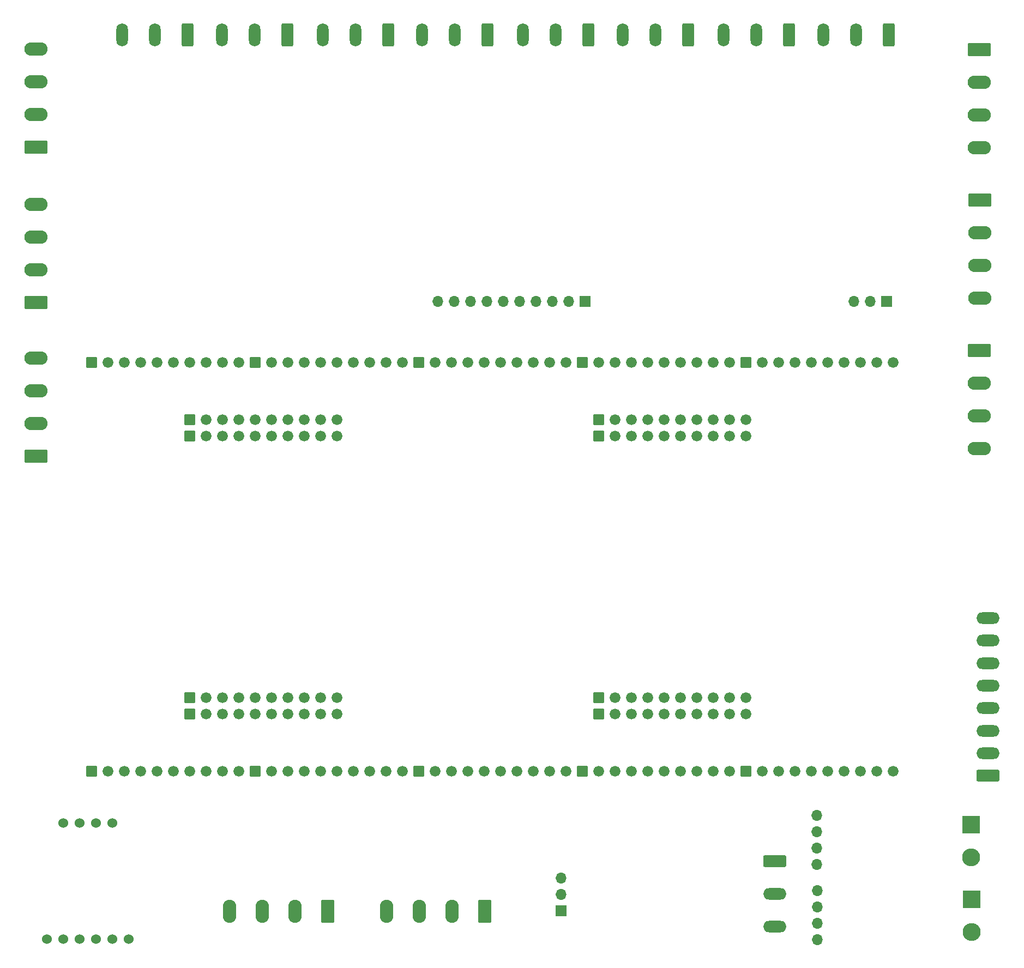
<source format=gbr>
%TF.GenerationSoftware,KiCad,Pcbnew,(6.0.6)*%
%TF.CreationDate,2022-09-09T15:48:10+03:00*%
%TF.ProjectId,main_board,6d61696e-5f62-46f6-9172-642e6b696361,rev?*%
%TF.SameCoordinates,Original*%
%TF.FileFunction,Soldermask,Bot*%
%TF.FilePolarity,Negative*%
%FSLAX46Y46*%
G04 Gerber Fmt 4.6, Leading zero omitted, Abs format (unit mm)*
G04 Created by KiCad (PCBNEW (6.0.6)) date 2022-09-09 15:48:10*
%MOMM*%
%LPD*%
G01*
G04 APERTURE LIST*
G04 Aperture macros list*
%AMRoundRect*
0 Rectangle with rounded corners*
0 $1 Rounding radius*
0 $2 $3 $4 $5 $6 $7 $8 $9 X,Y pos of 4 corners*
0 Add a 4 corners polygon primitive as box body*
4,1,4,$2,$3,$4,$5,$6,$7,$8,$9,$2,$3,0*
0 Add four circle primitives for the rounded corners*
1,1,$1+$1,$2,$3*
1,1,$1+$1,$4,$5*
1,1,$1+$1,$6,$7*
1,1,$1+$1,$8,$9*
0 Add four rect primitives between the rounded corners*
20,1,$1+$1,$2,$3,$4,$5,0*
20,1,$1+$1,$4,$5,$6,$7,0*
20,1,$1+$1,$6,$7,$8,$9,0*
20,1,$1+$1,$8,$9,$2,$3,0*%
G04 Aperture macros list end*
%ADD10O,1.700000X1.700000*%
%ADD11R,2.800000X2.800000*%
%ADD12O,2.800000X2.800000*%
%ADD13RoundRect,0.249999X1.550001X-0.790001X1.550001X0.790001X-1.550001X0.790001X-1.550001X-0.790001X0*%
%ADD14O,3.600000X2.080000*%
%ADD15C,1.524000*%
%ADD16RoundRect,0.249999X-1.550001X0.790001X-1.550001X-0.790001X1.550001X-0.790001X1.550001X0.790001X0*%
%ADD17R,1.700000X1.700000*%
%ADD18O,1.800000X3.600000*%
%ADD19RoundRect,0.250000X0.650000X1.550000X-0.650000X1.550000X-0.650000X-1.550000X0.650000X-1.550000X0*%
%ADD20RoundRect,0.250000X1.550000X-0.650000X1.550000X0.650000X-1.550000X0.650000X-1.550000X-0.650000X0*%
%ADD21O,3.600000X1.800000*%
%ADD22RoundRect,0.249999X0.790001X1.550001X-0.790001X1.550001X-0.790001X-1.550001X0.790001X-1.550001X0*%
%ADD23O,2.080000X3.600000*%
%ADD24C,1.676400*%
%ADD25RoundRect,0.076200X0.762000X-0.762000X0.762000X0.762000X-0.762000X0.762000X-0.762000X-0.762000X0*%
%ADD26RoundRect,0.250000X-1.550000X0.650000X-1.550000X-0.650000X1.550000X-0.650000X1.550000X0.650000X0*%
G04 APERTURE END LIST*
D10*
%TO.C,U4*%
X142536400Y-147451200D03*
X142536400Y-149991200D03*
X142536400Y-152531200D03*
X142536400Y-155071200D03*
D11*
X166502400Y-148841200D03*
D12*
X166502400Y-153921200D03*
%TD*%
D10*
%TO.C,U3*%
X142587200Y-159084400D03*
X142587200Y-161624400D03*
X142587200Y-164164400D03*
X142587200Y-166704400D03*
D11*
X166553200Y-160474400D03*
D12*
X166553200Y-165554400D03*
%TD*%
D13*
%TO.C,J5*%
X21285200Y-91592400D03*
D14*
X21285200Y-86512400D03*
X21285200Y-81432400D03*
X21285200Y-76352400D03*
%TD*%
D15*
%TO.C,U1*%
X22963800Y-166625000D03*
X25503800Y-166625000D03*
X28043800Y-166625000D03*
X30583800Y-166625000D03*
X33123800Y-166625000D03*
X35663800Y-166625000D03*
X25503800Y-148591000D03*
X28043800Y-148591000D03*
X30583800Y-148591000D03*
X33123800Y-148591000D03*
%TD*%
D13*
%TO.C,J1*%
X21285200Y-43586400D03*
D14*
X21285200Y-38506400D03*
X21285200Y-33426400D03*
X21285200Y-28346400D03*
%TD*%
D16*
%TO.C,J2*%
X167781100Y-28448000D03*
D14*
X167781100Y-33528000D03*
X167781100Y-38608000D03*
X167781100Y-43688000D03*
%TD*%
D17*
%TO.C,MODULE1*%
X153408000Y-67586000D03*
D10*
X150868000Y-67586000D03*
X148328000Y-67586000D03*
X83693000Y-67564000D03*
X86233000Y-67564000D03*
X88773000Y-67564000D03*
X91313000Y-67564000D03*
X93853000Y-67564000D03*
X96393000Y-67564000D03*
X98933000Y-67564000D03*
X101473000Y-67564000D03*
X104013000Y-67564000D03*
D17*
X106553000Y-67564000D03*
D18*
X34671000Y-26199000D03*
X39751000Y-26199000D03*
D19*
X44831000Y-26199000D03*
D18*
X50131000Y-26199000D03*
X55211000Y-26199000D03*
D19*
X60291000Y-26199000D03*
D18*
X65786000Y-26199000D03*
X70866000Y-26199000D03*
D19*
X75946000Y-26199000D03*
D18*
X81246000Y-26199000D03*
X86326000Y-26199000D03*
D19*
X91406000Y-26199000D03*
D18*
X96901000Y-26199000D03*
X101981000Y-26199000D03*
D19*
X107061000Y-26199000D03*
D18*
X112361000Y-26199000D03*
X117441000Y-26199000D03*
D19*
X122521000Y-26199000D03*
D18*
X128050000Y-26162000D03*
X133130000Y-26162000D03*
D19*
X138210000Y-26162000D03*
D18*
X143510000Y-26162000D03*
X148590000Y-26162000D03*
D19*
X153670000Y-26162000D03*
%TD*%
D20*
%TO.C,J4*%
X169095300Y-141264500D03*
D21*
X169095300Y-137764500D03*
X169095300Y-134264500D03*
X169095300Y-130764500D03*
X169095300Y-127264500D03*
X169095300Y-123764500D03*
X169095300Y-120264500D03*
X169095300Y-116764500D03*
%TD*%
D22*
%TO.C,J9*%
X66548000Y-162356800D03*
D23*
X61468000Y-162356800D03*
X56388000Y-162356800D03*
X51308000Y-162356800D03*
%TD*%
D16*
%TO.C,J6*%
X167813100Y-51866800D03*
D14*
X167813100Y-56946800D03*
X167813100Y-62026800D03*
X167813100Y-67106800D03*
%TD*%
D13*
%TO.C,J3*%
X21285200Y-67716400D03*
D14*
X21285200Y-62636400D03*
X21285200Y-57556400D03*
X21285200Y-52476400D03*
%TD*%
D16*
%TO.C,J8*%
X167781100Y-75234800D03*
D14*
X167781100Y-80314800D03*
X167781100Y-85394800D03*
X167781100Y-90474800D03*
%TD*%
D24*
%TO.C,U2*%
X154406600Y-140578200D03*
X151866600Y-140578200D03*
X149326600Y-140578200D03*
X146786600Y-140578200D03*
X144246600Y-140578200D03*
X141706600Y-140578200D03*
X139166600Y-140578200D03*
X136626600Y-140578200D03*
X134086600Y-140578200D03*
D25*
X131546600Y-140578200D03*
D24*
X129006600Y-140578200D03*
X126466600Y-140578200D03*
X123926600Y-140578200D03*
X121386600Y-140578200D03*
X118846600Y-140578200D03*
X116306600Y-140578200D03*
X113766600Y-140578200D03*
X111226600Y-140578200D03*
X108686600Y-140578200D03*
D25*
X106146600Y-140578200D03*
D24*
X103606600Y-140578200D03*
X101066600Y-140578200D03*
X98526600Y-140578200D03*
X95986600Y-140578200D03*
X93446600Y-140578200D03*
X90906600Y-140578200D03*
X88366600Y-140578200D03*
X85826600Y-140578200D03*
X83286600Y-140578200D03*
D25*
X80746600Y-140578200D03*
D24*
X78206600Y-140578200D03*
X75666600Y-140578200D03*
X73126600Y-140578200D03*
X70586600Y-140578200D03*
X68046600Y-140578200D03*
X65506600Y-140578200D03*
X62966600Y-140578200D03*
X60426600Y-140578200D03*
X57886600Y-140578200D03*
D25*
X55346600Y-140578200D03*
D24*
X52806600Y-140578200D03*
X50266600Y-140578200D03*
X47726600Y-140578200D03*
X45186600Y-140578200D03*
X42646600Y-140578200D03*
X40106600Y-140578200D03*
X37566600Y-140578200D03*
X35026600Y-140578200D03*
X32486600Y-140578200D03*
D25*
X29946600Y-140578200D03*
D24*
X154406600Y-77078200D03*
X151866600Y-77078200D03*
X149326600Y-77078200D03*
X146786600Y-77078200D03*
X144246600Y-77078200D03*
X141706600Y-77078200D03*
X139166600Y-77078200D03*
X136626600Y-77078200D03*
X134086600Y-77078200D03*
D25*
X131546600Y-77078200D03*
D24*
X129006600Y-77078200D03*
X126466600Y-77078200D03*
X123926600Y-77078200D03*
X121386600Y-77078200D03*
X118846600Y-77078200D03*
X116306600Y-77078200D03*
X113766600Y-77078200D03*
X111226600Y-77078200D03*
X108686600Y-77078200D03*
D25*
X106146600Y-77078200D03*
D24*
X103606600Y-77078200D03*
X101066600Y-77078200D03*
X98526600Y-77078200D03*
X95986600Y-77078200D03*
X93446600Y-77078200D03*
X90906600Y-77078200D03*
X88366600Y-77078200D03*
X85826600Y-77078200D03*
X83286600Y-77078200D03*
D25*
X80746600Y-77078200D03*
D24*
X78206600Y-77078200D03*
X75666600Y-77078200D03*
X73126600Y-77078200D03*
X70586600Y-77078200D03*
X68046600Y-77078200D03*
X65506600Y-77078200D03*
X62966600Y-77078200D03*
X60426600Y-77078200D03*
X57886600Y-77078200D03*
D25*
X55346600Y-77078200D03*
D24*
X52806600Y-77078200D03*
X50266600Y-77078200D03*
X47726600Y-77078200D03*
X45186600Y-77078200D03*
X42646600Y-77078200D03*
X40106600Y-77078200D03*
X37566600Y-77078200D03*
X35026600Y-77078200D03*
X32486600Y-77078200D03*
D25*
X29946600Y-77078200D03*
D24*
X131546600Y-88508200D03*
X129006600Y-88508200D03*
X126466600Y-88508200D03*
X123926600Y-88508200D03*
X121386600Y-88508200D03*
X118846600Y-88508200D03*
X116306600Y-88508200D03*
X113766600Y-88508200D03*
X111226600Y-88508200D03*
D25*
X108686600Y-88508200D03*
D24*
X131546600Y-129148200D03*
X129006600Y-129148200D03*
X126466600Y-129148200D03*
X123926600Y-129148200D03*
X121386600Y-129148200D03*
X118846600Y-129148200D03*
X116306600Y-129148200D03*
X113766600Y-129148200D03*
X111226600Y-129148200D03*
D25*
X108686600Y-129148200D03*
D24*
X131546600Y-85968200D03*
X129006600Y-85968200D03*
X126466600Y-85968200D03*
X123926600Y-85968200D03*
X121386600Y-85968200D03*
X118846600Y-85968200D03*
X116306600Y-85968200D03*
X113766600Y-85968200D03*
X111226600Y-85968200D03*
D25*
X108686600Y-85968200D03*
D24*
X131546600Y-131688200D03*
X129006600Y-131688200D03*
X126466600Y-131688200D03*
X123926600Y-131688200D03*
X121386600Y-131688200D03*
X118846600Y-131688200D03*
X116306600Y-131688200D03*
X113766600Y-131688200D03*
X111226600Y-131688200D03*
D25*
X108686600Y-131688200D03*
D24*
X68046600Y-88508200D03*
X65506600Y-88508200D03*
X62966600Y-88508200D03*
X60426600Y-88508200D03*
X57886600Y-88508200D03*
X55346600Y-88508200D03*
X52806600Y-88508200D03*
X50266600Y-88508200D03*
X47726600Y-88508200D03*
D25*
X45186600Y-88508200D03*
D24*
X68046600Y-129148200D03*
X65506600Y-129148200D03*
X62966600Y-129148200D03*
X60426600Y-129148200D03*
X57886600Y-129148200D03*
X55346600Y-129148200D03*
X52806600Y-129148200D03*
X50266600Y-129148200D03*
X47726600Y-129148200D03*
D25*
X45186600Y-129148200D03*
D24*
X68046600Y-85968200D03*
X65506600Y-85968200D03*
X62966600Y-85968200D03*
X60426600Y-85968200D03*
X57886600Y-85968200D03*
X55346600Y-85968200D03*
X52806600Y-85968200D03*
X50266600Y-85968200D03*
X47726600Y-85968200D03*
D25*
X45186600Y-85968200D03*
D24*
X68046600Y-131688200D03*
X65506600Y-131688200D03*
X62966600Y-131688200D03*
X60426600Y-131688200D03*
X57886600Y-131688200D03*
X55346600Y-131688200D03*
X52806600Y-131688200D03*
X50266600Y-131688200D03*
X47726600Y-131688200D03*
D25*
X45186600Y-131688200D03*
%TD*%
D10*
%TO.C,U5*%
X102805200Y-157126000D03*
X102805200Y-159666000D03*
D17*
X102805200Y-162206000D03*
D26*
X136019200Y-154498000D03*
D21*
X136019200Y-159578000D03*
X136019200Y-164658000D03*
%TD*%
D22*
%TO.C,J7*%
X90932000Y-162356800D03*
D23*
X85852000Y-162356800D03*
X80772000Y-162356800D03*
X75692000Y-162356800D03*
%TD*%
M02*

</source>
